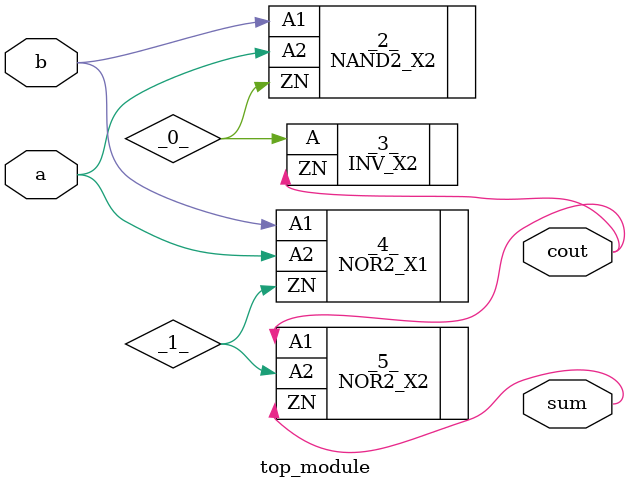
<source format=v>
/* Generated by Yosys 0.38+92 (git sha1 84116c9a3, x86_64-conda-linux-gnu-cc 11.2.0 -fvisibility-inlines-hidden -fmessage-length=0 -march=nocona -mtune=haswell -ftree-vectorize -fPIC -fstack-protector-strong -fno-plt -O2 -ffunction-sections -fdebug-prefix-map=/root/conda-eda/conda-eda/workdir/conda-env/conda-bld/yosys_1708682838165/work=/usr/local/src/conda/yosys-0.38_93_g84116c9a3 -fdebug-prefix-map=/mnt/shared-scratch/Rajendran_J/matthewdelorenzo/miniconda3/envs/rltf=/usr/local/src/conda-prefix -fPIC -Os -fno-merge-constants) */

module top_module(a, b, cout, sum);
  wire _0_;
  wire _1_;
  input a;
  wire a;
  input b;
  wire b;
  output cout;
  wire cout;
  output sum;
  wire sum;
  NAND2_X2 _2_ (
    .A1(b),
    .A2(a),
    .ZN(_0_)
  );
  INV_X2 _3_ (
    .A(_0_),
    .ZN(cout)
  );
  NOR2_X1 _4_ (
    .A1(b),
    .A2(a),
    .ZN(_1_)
  );
  NOR2_X2 _5_ (
    .A1(cout),
    .A2(_1_),
    .ZN(sum)
  );
endmodule

</source>
